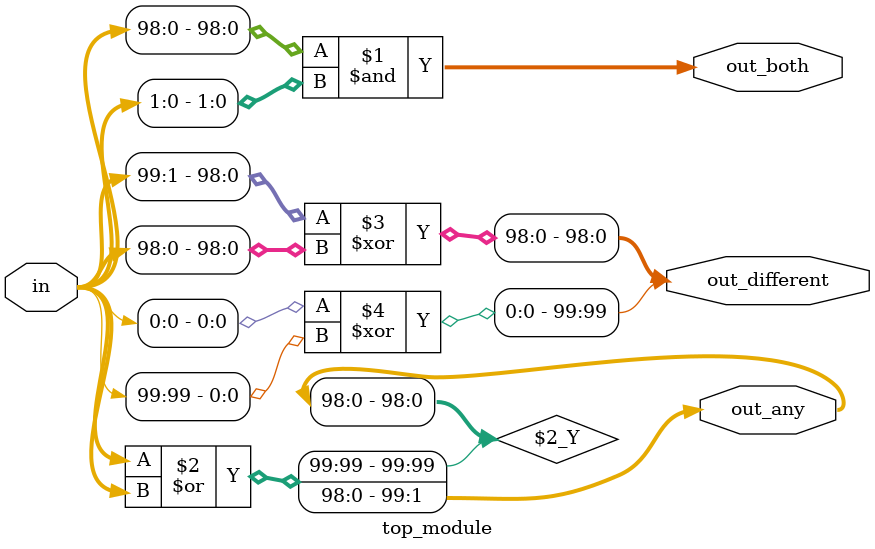
<source format=sv>
module top_module (
	input [99:0] in,
	output [98:0] out_both,
	output [99:1] out_any,
	output [99:0] out_different
);

	assign out_both = in[98:0] & in[99'd0:1];
	assign out_any = in | in;
	assign out_different = {in[0] ^ in[99], in[99:1] ^ in[98:0]};

endmodule

</source>
